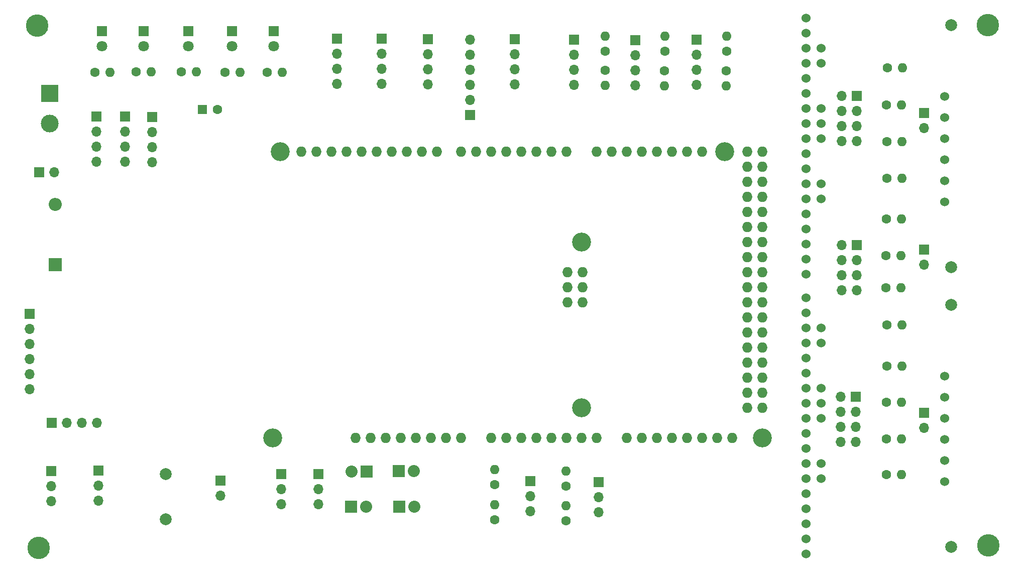
<source format=gbr>
%TF.GenerationSoftware,KiCad,Pcbnew,(5.1.9)-1*%
%TF.CreationDate,2021-04-08T21:07:20+02:00*%
%TF.ProjectId,Ardumower,41726475-6d6f-4776-9572-2e6b69636164,rev?*%
%TF.SameCoordinates,Original*%
%TF.FileFunction,Soldermask,Top*%
%TF.FilePolarity,Negative*%
%FSLAX46Y46*%
G04 Gerber Fmt 4.6, Leading zero omitted, Abs format (unit mm)*
G04 Created by KiCad (PCBNEW (5.1.9)-1) date 2021-04-08 21:07:20*
%MOMM*%
%LPD*%
G01*
G04 APERTURE LIST*
%ADD10O,1.700000X1.700000*%
%ADD11R,1.700000X1.700000*%
%ADD12C,3.790000*%
%ADD13C,2.000000*%
%ADD14C,1.524000*%
%ADD15O,1.600000X1.600000*%
%ADD16C,1.600000*%
%ADD17O,2.032000X2.032000*%
%ADD18R,2.032000X2.032000*%
%ADD19C,1.800000*%
%ADD20R,1.800000X1.800000*%
%ADD21O,1.727200X1.727200*%
%ADD22C,3.200000*%
%ADD23C,3.000000*%
%ADD24R,3.000000X3.000000*%
%ADD25O,2.200000X2.200000*%
%ADD26R,2.200000X2.200000*%
%ADD27R,1.600000X1.600000*%
G04 APERTURE END LIST*
D10*
%TO.C,J19*%
X139010000Y-121270000D03*
X139010000Y-118730000D03*
D11*
X139010000Y-116190000D03*
%TD*%
D12*
%TO.C,REF\u002A\u002A*%
X44350000Y-39200000D03*
%TD*%
%TO.C,REF2*%
X44590000Y-127280000D03*
%TD*%
%TO.C,REF3*%
X204760000Y-126830000D03*
%TD*%
%TO.C,REF4*%
X204600000Y-39120000D03*
%TD*%
D13*
%TO.C,U2*%
X198431500Y-86296500D03*
X198431500Y-127063500D03*
D14*
X176524000Y-90170000D03*
X176524000Y-92710000D03*
X176524000Y-100330000D03*
X176524000Y-102870000D03*
X176524000Y-105410000D03*
X176524000Y-113030000D03*
X176524000Y-115570000D03*
X197352000Y-98298000D03*
X197352000Y-101854000D03*
X197352000Y-105410000D03*
X197352000Y-108966000D03*
X197352000Y-112522000D03*
X197352000Y-116078000D03*
X173984000Y-85090000D03*
X173984000Y-87630000D03*
X173984000Y-90170000D03*
X173984000Y-92710000D03*
X173984000Y-95250000D03*
X173984000Y-97790000D03*
X173984000Y-100330000D03*
X173984000Y-102870000D03*
X173984000Y-105410000D03*
X173984000Y-107950000D03*
X173984000Y-110490000D03*
X173984000Y-113030000D03*
X173984000Y-115570000D03*
X173984000Y-118110000D03*
X173984000Y-120650000D03*
X173984000Y-123190000D03*
X173984000Y-125730000D03*
X173984000Y-128270000D03*
%TD*%
D13*
%TO.C,U1*%
X198431500Y-39116500D03*
X198431500Y-79883500D03*
D14*
X176524000Y-42990000D03*
X176524000Y-45530000D03*
X176524000Y-53150000D03*
X176524000Y-55690000D03*
X176524000Y-58230000D03*
X176524000Y-65850000D03*
X176524000Y-68390000D03*
X197352000Y-51118000D03*
X197352000Y-54674000D03*
X197352000Y-58230000D03*
X197352000Y-61786000D03*
X197352000Y-65342000D03*
X197352000Y-68898000D03*
X173984000Y-37910000D03*
X173984000Y-40450000D03*
X173984000Y-42990000D03*
X173984000Y-45530000D03*
X173984000Y-48070000D03*
X173984000Y-50610000D03*
X173984000Y-53150000D03*
X173984000Y-55690000D03*
X173984000Y-58230000D03*
X173984000Y-60770000D03*
X173984000Y-63310000D03*
X173984000Y-65850000D03*
X173984000Y-68390000D03*
X173984000Y-70930000D03*
X173984000Y-73470000D03*
X173984000Y-76010000D03*
X173984000Y-78550000D03*
X173984000Y-81090000D03*
%TD*%
D15*
%TO.C,R28*%
X190080000Y-114910000D03*
D16*
X187540000Y-114910000D03*
%TD*%
D15*
%TO.C,R27*%
X190080000Y-108880000D03*
D16*
X187540000Y-108880000D03*
%TD*%
D15*
%TO.C,R26*%
X190080000Y-102690000D03*
D16*
X187540000Y-102690000D03*
%TD*%
D15*
%TO.C,R25*%
X190150000Y-96580000D03*
D16*
X187610000Y-96580000D03*
%TD*%
D15*
%TO.C,R24*%
X190140000Y-89680000D03*
D16*
X187600000Y-89680000D03*
%TD*%
D15*
%TO.C,R23*%
X189950000Y-83370000D03*
D16*
X187410000Y-83370000D03*
%TD*%
D15*
%TO.C,R22*%
X189950000Y-77970000D03*
D16*
X187410000Y-77970000D03*
%TD*%
D15*
%TO.C,R21*%
X190040000Y-71750000D03*
D16*
X187500000Y-71750000D03*
%TD*%
D15*
%TO.C,R20*%
X190140000Y-64970000D03*
D16*
X187600000Y-64970000D03*
%TD*%
D15*
%TO.C,R19*%
X190140000Y-58750000D03*
D16*
X187600000Y-58750000D03*
%TD*%
D15*
%TO.C,R18*%
X190050000Y-52530000D03*
D16*
X187510000Y-52530000D03*
%TD*%
D15*
%TO.C,R17*%
X190230000Y-46310000D03*
D16*
X187690000Y-46310000D03*
%TD*%
D10*
%TO.C,JP6*%
X193910000Y-107010000D03*
D11*
X193910000Y-104470000D03*
%TD*%
D10*
%TO.C,JP5*%
X193910000Y-79470000D03*
D11*
X193910000Y-76930000D03*
%TD*%
D10*
%TO.C,JP4*%
X193910000Y-56480000D03*
D11*
X193910000Y-53940000D03*
%TD*%
D10*
%TO.C,J28*%
X179810000Y-109390000D03*
X182350000Y-109390000D03*
X179810000Y-106850000D03*
X182350000Y-106850000D03*
X179810000Y-104310000D03*
X182350000Y-104310000D03*
X179810000Y-101770000D03*
D11*
X182350000Y-101770000D03*
%TD*%
D10*
%TO.C,J27*%
X179970000Y-83840000D03*
X182510000Y-83840000D03*
X179970000Y-81300000D03*
X182510000Y-81300000D03*
X179970000Y-78760000D03*
X182510000Y-78760000D03*
X179970000Y-76220000D03*
D11*
X182510000Y-76220000D03*
%TD*%
D10*
%TO.C,J26*%
X179970000Y-58660000D03*
X182510000Y-58660000D03*
X179970000Y-56120000D03*
X182510000Y-56120000D03*
X179970000Y-53580000D03*
X182510000Y-53580000D03*
X179970000Y-51040000D03*
D11*
X182510000Y-51040000D03*
%TD*%
D17*
%TO.C,J16*%
X99830000Y-120340000D03*
D18*
X97290000Y-120340000D03*
%TD*%
D19*
%TO.C,D4*%
X69840000Y-42670000D03*
D20*
X69840000Y-40130000D03*
%TD*%
D19*
%TO.C,D2*%
X55280000Y-42670000D03*
D20*
X55280000Y-40130000D03*
%TD*%
D17*
%TO.C,J18*%
X107910000Y-120310000D03*
D18*
X105370000Y-120310000D03*
%TD*%
D17*
%TO.C,J17*%
X107880000Y-114290000D03*
D18*
X105340000Y-114290000D03*
%TD*%
D10*
%TO.C,JP2*%
X75230000Y-118450000D03*
D11*
X75230000Y-115910000D03*
%TD*%
D10*
%TO.C,JP1*%
X47250000Y-63950000D03*
D11*
X44710000Y-63950000D03*
%TD*%
D10*
%TO.C,J22*%
X54360000Y-62150000D03*
X54360000Y-59610000D03*
X54360000Y-57070000D03*
D11*
X54360000Y-54530000D03*
%TD*%
D10*
%TO.C,J21*%
X43060000Y-100500000D03*
X43060000Y-97960000D03*
X43060000Y-95420000D03*
X43060000Y-92880000D03*
X43060000Y-90340000D03*
D11*
X43060000Y-87800000D03*
%TD*%
D10*
%TO.C,J20*%
X54450000Y-106170000D03*
X51910000Y-106170000D03*
X49370000Y-106170000D03*
D11*
X46830000Y-106170000D03*
%TD*%
D17*
%TO.C,J15*%
X97360000Y-114360000D03*
D18*
X99900000Y-114360000D03*
%TD*%
D10*
%TO.C,J14*%
X117350000Y-41530000D03*
X117350000Y-44070000D03*
X117350000Y-46610000D03*
X117350000Y-49150000D03*
X117350000Y-51690000D03*
D11*
X117350000Y-54230000D03*
%TD*%
D10*
%TO.C,J12*%
X134910000Y-49180000D03*
X134910000Y-46640000D03*
X134910000Y-44100000D03*
D11*
X134910000Y-41560000D03*
%TD*%
D10*
%TO.C,J11*%
X145220000Y-49230000D03*
X145220000Y-46690000D03*
X145220000Y-44150000D03*
D11*
X145220000Y-41610000D03*
%TD*%
D10*
%TO.C,J10*%
X155550000Y-49180000D03*
X155550000Y-46640000D03*
X155550000Y-44100000D03*
D11*
X155550000Y-41560000D03*
%TD*%
D10*
%TO.C,J5*%
X124840000Y-49130000D03*
X124840000Y-46590000D03*
X124840000Y-44050000D03*
D11*
X124840000Y-41510000D03*
%TD*%
D10*
%TO.C,J4*%
X110270000Y-49110000D03*
X110270000Y-46570000D03*
X110270000Y-44030000D03*
D11*
X110270000Y-41490000D03*
%TD*%
D10*
%TO.C,J3*%
X102460000Y-49020000D03*
X102460000Y-46480000D03*
X102460000Y-43940000D03*
D11*
X102460000Y-41400000D03*
%TD*%
D10*
%TO.C,J2*%
X94930000Y-49030000D03*
X94930000Y-46490000D03*
X94930000Y-43950000D03*
D11*
X94930000Y-41410000D03*
%TD*%
D10*
%TO.C,J23*%
X59160000Y-62160000D03*
X59160000Y-59620000D03*
X59160000Y-57080000D03*
D11*
X59160000Y-54540000D03*
%TD*%
D21*
%TO.C,XA1*%
X133737000Y-80730000D03*
X166630000Y-103590000D03*
X164090000Y-103590000D03*
X166630000Y-101050000D03*
X164090000Y-101050000D03*
X166630000Y-98510000D03*
X164090000Y-98510000D03*
X166630000Y-95970000D03*
X164090000Y-95970000D03*
X166630000Y-93430000D03*
X164090000Y-93430000D03*
X166630000Y-90890000D03*
X164090000Y-90890000D03*
X166630000Y-88350000D03*
X164090000Y-88350000D03*
X166630000Y-85810000D03*
X164090000Y-85810000D03*
X166630000Y-83270000D03*
X164090000Y-83270000D03*
X166630000Y-80730000D03*
X164090000Y-80730000D03*
X166630000Y-78190000D03*
X164090000Y-78190000D03*
X166630000Y-75650000D03*
X164090000Y-75650000D03*
X166630000Y-73110000D03*
X164090000Y-73110000D03*
X166630000Y-70570000D03*
X164090000Y-70570000D03*
X166630000Y-68030000D03*
X164090000Y-68030000D03*
X166630000Y-65490000D03*
X164090000Y-65490000D03*
X166630000Y-62950000D03*
X164090000Y-62950000D03*
X166630000Y-60410000D03*
X164090000Y-60410000D03*
X161550000Y-108670000D03*
X159010000Y-108670000D03*
X156470000Y-108670000D03*
X153930000Y-108670000D03*
X151390000Y-108670000D03*
X148850000Y-108670000D03*
X146310000Y-108670000D03*
X143770000Y-108670000D03*
X138690000Y-108670000D03*
X136150000Y-108670000D03*
X133610000Y-108670000D03*
X131070000Y-108670000D03*
X128530000Y-108670000D03*
X125990000Y-108670000D03*
X123450000Y-108670000D03*
X98050000Y-108670000D03*
X104146000Y-60410000D03*
X101606000Y-60410000D03*
X99066000Y-60410000D03*
X93986000Y-60410000D03*
X91446000Y-60410000D03*
X88906000Y-60410000D03*
D22*
X84080000Y-108670000D03*
X166630000Y-108670000D03*
X85350000Y-60410000D03*
X160280000Y-60410000D03*
X136150000Y-75650000D03*
X136150000Y-103590000D03*
D21*
X106686000Y-60410000D03*
X109226000Y-60410000D03*
X111766000Y-60410000D03*
X96526000Y-60410000D03*
X115830000Y-60410000D03*
X118370000Y-60410000D03*
X120910000Y-60410000D03*
X123450000Y-60410000D03*
X125990000Y-60410000D03*
X128530000Y-60410000D03*
X131070000Y-60410000D03*
X133610000Y-60410000D03*
X138690000Y-60410000D03*
X141230000Y-60410000D03*
X143770000Y-60410000D03*
X146310000Y-60410000D03*
X148850000Y-60410000D03*
X151390000Y-60410000D03*
X153930000Y-60410000D03*
X156470000Y-60410000D03*
X100590000Y-108670000D03*
X103130000Y-108670000D03*
X105670000Y-108670000D03*
X108210000Y-108670000D03*
X110750000Y-108670000D03*
X113290000Y-108670000D03*
X115830000Y-108670000D03*
X120910000Y-108670000D03*
X136277000Y-80730000D03*
X133737000Y-83270000D03*
X136277000Y-83270000D03*
X136277000Y-85810000D03*
X133737000Y-85810000D03*
%TD*%
D13*
%TO.C,SP1*%
X66040000Y-114800160D03*
X66040000Y-122399840D03*
%TD*%
D15*
%TO.C,R15*%
X85670000Y-47080000D03*
D16*
X83130000Y-47080000D03*
%TD*%
D15*
%TO.C,R14*%
X78570000Y-47040000D03*
D16*
X76030000Y-47040000D03*
%TD*%
D15*
%TO.C,R13*%
X71170000Y-46950000D03*
D16*
X68630000Y-46950000D03*
%TD*%
D15*
%TO.C,R12*%
X63620000Y-46990000D03*
D16*
X61080000Y-46990000D03*
%TD*%
D15*
%TO.C,R11*%
X56660000Y-47040000D03*
D16*
X54120000Y-47040000D03*
%TD*%
D15*
%TO.C,R10*%
X121490000Y-114020000D03*
D16*
X121490000Y-116560000D03*
%TD*%
D15*
%TO.C,R9*%
X121520000Y-120000000D03*
D16*
X121520000Y-122540000D03*
%TD*%
D15*
%TO.C,R8*%
X133530000Y-114260000D03*
D16*
X133530000Y-116800000D03*
%TD*%
D15*
%TO.C,R7*%
X133530000Y-120100000D03*
D16*
X133530000Y-122640000D03*
%TD*%
D15*
%TO.C,R6*%
X160530000Y-49370000D03*
D16*
X160530000Y-46830000D03*
%TD*%
D15*
%TO.C,R5*%
X140080000Y-40930000D03*
D16*
X140080000Y-43470000D03*
%TD*%
D15*
%TO.C,R4*%
X150160000Y-40970000D03*
D16*
X150160000Y-43510000D03*
%TD*%
D15*
%TO.C,R3*%
X160570000Y-40950000D03*
D16*
X160570000Y-43490000D03*
%TD*%
D15*
%TO.C,R2*%
X140090000Y-49270000D03*
D16*
X140090000Y-46730000D03*
%TD*%
D15*
%TO.C,R1*%
X150150000Y-49320000D03*
D16*
X150150000Y-46780000D03*
%TD*%
D10*
%TO.C,J24*%
X63790000Y-62200000D03*
X63790000Y-59660000D03*
X63790000Y-57120000D03*
D11*
X63790000Y-54580000D03*
%TD*%
D10*
%TO.C,J13*%
X127500000Y-121100000D03*
X127500000Y-118560000D03*
D11*
X127500000Y-116020000D03*
%TD*%
D10*
%TO.C,J9*%
X91760000Y-119880000D03*
X91760000Y-117340000D03*
D11*
X91760000Y-114800000D03*
%TD*%
D10*
%TO.C,J8*%
X85510000Y-119870000D03*
X85510000Y-117330000D03*
D11*
X85510000Y-114790000D03*
%TD*%
D10*
%TO.C,J7*%
X54670000Y-119280000D03*
X54670000Y-116740000D03*
D11*
X54670000Y-114200000D03*
%TD*%
D10*
%TO.C,J6*%
X46750000Y-119350000D03*
X46750000Y-116810000D03*
D11*
X46750000Y-114270000D03*
%TD*%
D23*
%TO.C,J1*%
X46490000Y-55740000D03*
D24*
X46490000Y-50660000D03*
%TD*%
D19*
%TO.C,D6*%
X84250000Y-42670000D03*
D20*
X84250000Y-40130000D03*
%TD*%
D19*
%TO.C,D5*%
X77230000Y-42620000D03*
D20*
X77230000Y-40080000D03*
%TD*%
D19*
%TO.C,D3*%
X62290000Y-42670000D03*
D20*
X62290000Y-40130000D03*
%TD*%
D25*
%TO.C,D1*%
X47420000Y-69360000D03*
D26*
X47420000Y-79520000D03*
%TD*%
D16*
%TO.C,C1*%
X74750000Y-53370000D03*
D27*
X72250000Y-53370000D03*
%TD*%
M02*

</source>
